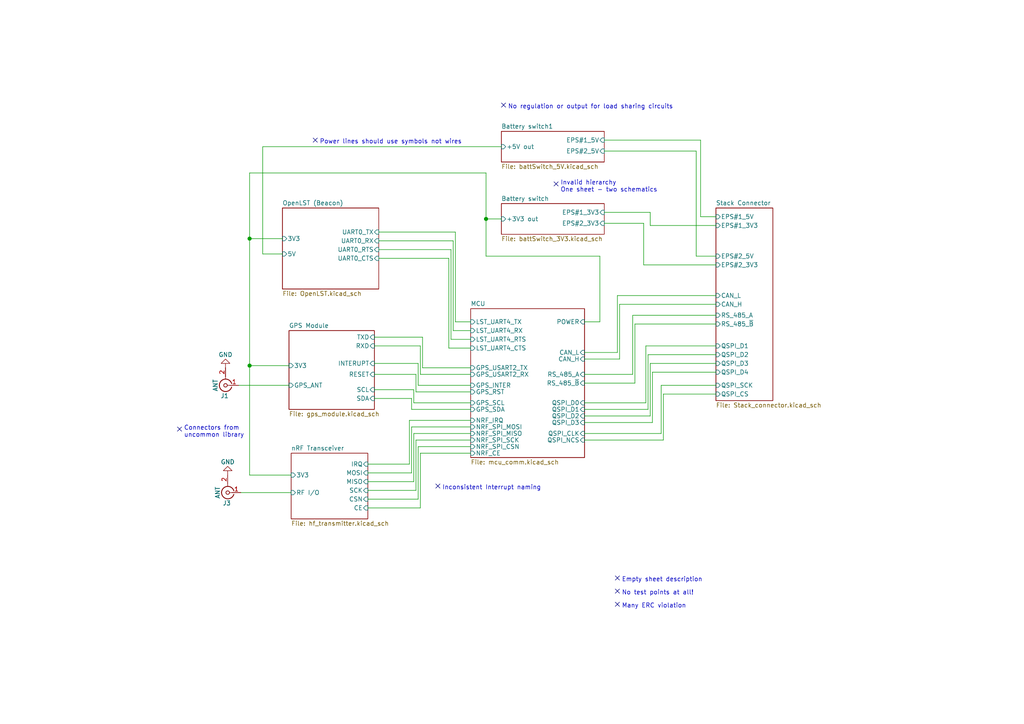
<source format=kicad_sch>
(kicad_sch (version 20210621) (generator eeschema)
  (paper "A4")
  (lib_symbols
    (symbol "openlst-hw:Conn_Coaxial" (pin_names (offset 1.016) hide)
      (property "Reference" "J" (at 0.254 3.048 0))
      (property "Value" "Conn_Coaxial" (at 2.921 0 90))
      (symbol "Conn_Coaxial_0_1"
        (arc (start -1.778 0.508) (end 1.778 0) (radius (at -0.0508 0) (length 1.8034) (angles 163.6 0)) (stroke (width 0.254)))
        (arc (start 1.778 0) (end -1.778 -0.508) (radius (at -0.0254 0) (length 1.8034) (angles 0 -163.8)) (stroke (width 0.254)))
        (circle (center 0 0) (radius 0.508) (stroke (width 0.2032)))
        (polyline (pts (xy -1.27 0) (xy -0.508 0)))
        (polyline (pts (xy 0 -2.54) (xy 0 -1.778)))
      )
      (symbol "Conn_Coaxial_1_1"
        (pin passive line (at -3.81 0 0) (length 2.54) (name "In") (number "1"))
        (pin passive line (at 0 -5.08 90) (length 2.54) (name "Ext") (number "2"))
      )
    )
    (symbol "power:GND" (power) (pin_names (offset 0))
      (property "Value" "GND" (at 0 -3.81 0))
      (symbol "GND_0_1"
        (polyline (pts (xy 0 0) (xy 0 -1.27) (xy 1.27 -1.27) (xy 0 -2.54) (xy -1.27 -1.27) (xy 0 -1.27)))
      )
      (symbol "GND_1_1"
        (pin power_in line (at 0 0 270) (length 0) hide (name "GND") (number "1"))
      )
    )
  )
  (junction (at 72.39 69.215) (diameter 1.016))
  (junction (at 72.39 106.045) (diameter 1.016))
  (junction (at 140.97 63.5) (diameter 1.016))
  (no_connect (at 52.07 124.46))
  (no_connect (at 91.44 40.64))
  (no_connect (at 127 140.97))
  (no_connect (at 146.05 30.48))
  (no_connect (at 161.29 53.34))
  (no_connect (at 179.07 167.64))
  (no_connect (at 179.07 171.45))
  (no_connect (at 179.07 175.26))
  (wire (pts (xy 69.215 111.76) (xy 83.82 111.76)))
  (wire (pts (xy 69.85 142.875) (xy 84.455 142.875)))
  (wire (pts (xy 72.39 50.165) (xy 72.39 69.215)))
  (wire (pts (xy 72.39 50.165) (xy 140.97 50.165)))
  (wire (pts (xy 72.39 69.215) (xy 72.39 106.045)))
  (wire (pts (xy 72.39 69.215) (xy 81.915 69.215)))
  (wire (pts (xy 72.39 106.045) (xy 72.39 137.795)))
  (wire (pts (xy 72.39 106.045) (xy 83.82 106.045)))
  (wire (pts (xy 76.2 42.545) (xy 145.415 42.545)))
  (wire (pts (xy 76.2 73.66) (xy 76.2 42.545)))
  (wire (pts (xy 81.915 73.66) (xy 76.2 73.66)))
  (wire (pts (xy 84.455 137.795) (xy 72.39 137.795)))
  (wire (pts (xy 108.585 100.33) (xy 121.92 100.33)))
  (wire (pts (xy 108.585 108.585) (xy 120.65 108.585)))
  (wire (pts (xy 108.585 115.57) (xy 119.38 115.57)))
  (wire (pts (xy 109.855 69.85) (xy 131.445 69.85)))
  (wire (pts (xy 109.855 74.93) (xy 130.175 74.93)))
  (wire (pts (xy 118.745 121.92) (xy 118.745 134.62)))
  (wire (pts (xy 118.745 134.62) (xy 106.68 134.62)))
  (wire (pts (xy 119.38 115.57) (xy 119.38 118.745)))
  (wire (pts (xy 119.38 118.745) (xy 136.525 118.745)))
  (wire (pts (xy 119.38 123.825) (xy 119.38 137.16)))
  (wire (pts (xy 119.38 137.16) (xy 106.68 137.16)))
  (wire (pts (xy 120.015 113.03) (xy 108.585 113.03)))
  (wire (pts (xy 120.015 116.84) (xy 120.015 113.03)))
  (wire (pts (xy 120.015 125.73) (xy 120.015 139.7)))
  (wire (pts (xy 120.015 139.7) (xy 106.68 139.7)))
  (wire (pts (xy 120.65 108.585) (xy 120.65 113.665)))
  (wire (pts (xy 120.65 113.665) (xy 136.525 113.665)))
  (wire (pts (xy 120.65 127.635) (xy 120.65 142.24)))
  (wire (pts (xy 120.65 142.24) (xy 106.68 142.24)))
  (wire (pts (xy 121.285 105.41) (xy 108.585 105.41)))
  (wire (pts (xy 121.285 111.76) (xy 121.285 105.41)))
  (wire (pts (xy 121.285 129.54) (xy 121.285 144.78)))
  (wire (pts (xy 121.285 144.78) (xy 106.68 144.78)))
  (wire (pts (xy 121.92 100.33) (xy 121.92 108.585)))
  (wire (pts (xy 121.92 108.585) (xy 136.525 108.585)))
  (wire (pts (xy 121.92 131.445) (xy 121.92 147.32)))
  (wire (pts (xy 121.92 147.32) (xy 106.68 147.32)))
  (wire (pts (xy 122.555 97.79) (xy 108.585 97.79)))
  (wire (pts (xy 122.555 106.68) (xy 122.555 97.79)))
  (wire (pts (xy 130.175 74.93) (xy 130.175 100.965)))
  (wire (pts (xy 130.175 100.965) (xy 136.525 100.965)))
  (wire (pts (xy 130.81 72.39) (xy 109.855 72.39)))
  (wire (pts (xy 130.81 98.425) (xy 130.81 72.39)))
  (wire (pts (xy 131.445 69.85) (xy 131.445 95.885)))
  (wire (pts (xy 131.445 95.885) (xy 136.525 95.885)))
  (wire (pts (xy 132.08 67.31) (xy 109.855 67.31)))
  (wire (pts (xy 132.08 93.345) (xy 132.08 67.31)))
  (wire (pts (xy 136.525 93.345) (xy 132.08 93.345)))
  (wire (pts (xy 136.525 98.425) (xy 130.81 98.425)))
  (wire (pts (xy 136.525 106.68) (xy 122.555 106.68)))
  (wire (pts (xy 136.525 111.76) (xy 121.285 111.76)))
  (wire (pts (xy 136.525 116.84) (xy 120.015 116.84)))
  (wire (pts (xy 136.525 121.92) (xy 118.745 121.92)))
  (wire (pts (xy 136.525 123.825) (xy 119.38 123.825)))
  (wire (pts (xy 136.525 125.73) (xy 120.015 125.73)))
  (wire (pts (xy 136.525 127.635) (xy 120.65 127.635)))
  (wire (pts (xy 136.525 129.54) (xy 121.285 129.54)))
  (wire (pts (xy 136.525 131.445) (xy 121.92 131.445)))
  (wire (pts (xy 140.97 63.5) (xy 140.97 50.165)))
  (wire (pts (xy 140.97 63.5) (xy 140.97 74.295)))
  (wire (pts (xy 145.415 63.5) (xy 140.97 63.5)))
  (wire (pts (xy 169.545 93.345) (xy 173.99 93.345)))
  (wire (pts (xy 169.545 102.235) (xy 179.07 102.235)))
  (wire (pts (xy 169.545 104.14) (xy 179.705 104.14)))
  (wire (pts (xy 169.545 108.585) (xy 183.515 108.585)))
  (wire (pts (xy 169.545 111.125) (xy 184.15 111.125)))
  (wire (pts (xy 169.545 116.84) (xy 187.325 116.84)))
  (wire (pts (xy 169.545 120.65) (xy 188.595 120.65)))
  (wire (pts (xy 169.545 125.73) (xy 191.77 125.73)))
  (wire (pts (xy 173.99 74.295) (xy 140.97 74.295)))
  (wire (pts (xy 173.99 93.345) (xy 173.99 74.295)))
  (wire (pts (xy 175.26 40.64) (xy 203.2 40.64)))
  (wire (pts (xy 175.26 43.815) (xy 201.93 43.815)))
  (wire (pts (xy 175.26 61.595) (xy 188.595 61.595)))
  (wire (pts (xy 175.26 64.77) (xy 186.69 64.77)))
  (wire (pts (xy 179.07 85.725) (xy 207.645 85.725)))
  (wire (pts (xy 179.07 102.235) (xy 179.07 85.725)))
  (wire (pts (xy 179.705 88.265) (xy 207.645 88.265)))
  (wire (pts (xy 179.705 104.14) (xy 179.705 88.265)))
  (wire (pts (xy 183.515 91.44) (xy 207.645 91.44)))
  (wire (pts (xy 183.515 108.585) (xy 183.515 91.44)))
  (wire (pts (xy 184.15 93.98) (xy 207.645 93.98)))
  (wire (pts (xy 184.15 111.125) (xy 184.15 93.98)))
  (wire (pts (xy 186.69 64.77) (xy 186.69 76.835)))
  (wire (pts (xy 186.69 76.835) (xy 207.645 76.835)))
  (wire (pts (xy 187.325 100.33) (xy 207.645 100.33)))
  (wire (pts (xy 187.325 116.84) (xy 187.325 100.33)))
  (wire (pts (xy 187.96 102.87) (xy 187.96 118.745)))
  (wire (pts (xy 187.96 118.745) (xy 169.545 118.745)))
  (wire (pts (xy 188.595 65.405) (xy 188.595 61.595)))
  (wire (pts (xy 188.595 105.41) (xy 207.645 105.41)))
  (wire (pts (xy 188.595 120.65) (xy 188.595 105.41)))
  (wire (pts (xy 189.23 107.95) (xy 189.23 122.555)))
  (wire (pts (xy 189.23 122.555) (xy 169.545 122.555)))
  (wire (pts (xy 191.77 111.76) (xy 207.645 111.76)))
  (wire (pts (xy 191.77 125.73) (xy 191.77 111.76)))
  (wire (pts (xy 192.405 114.3) (xy 192.405 127.635)))
  (wire (pts (xy 192.405 127.635) (xy 169.545 127.635)))
  (wire (pts (xy 201.93 74.295) (xy 201.93 43.815)))
  (wire (pts (xy 203.2 62.865) (xy 203.2 40.64)))
  (wire (pts (xy 207.645 62.865) (xy 203.2 62.865)))
  (wire (pts (xy 207.645 65.405) (xy 188.595 65.405)))
  (wire (pts (xy 207.645 74.295) (xy 201.93 74.295)))
  (wire (pts (xy 207.645 102.87) (xy 187.96 102.87)))
  (wire (pts (xy 207.645 107.95) (xy 189.23 107.95)))
  (wire (pts (xy 207.645 114.3) (xy 192.405 114.3)))
  (text "Connectors from\nuncommon library" (at 53.34 127 0) (effects (font (size 1.27 1.27)) (justify left bottom)))
  (text "Power lines should use symbols not wires" (at 92.71 41.91 0) (effects (font (size 1.27 1.27)) (justify left bottom)))
  (text "Inconsistent Interrupt naming" (at 128.27 142.24 0) (effects (font (size 1.27 1.27)) (justify left bottom)))
  (text "No regulation or output for load sharing circuits" (at 147.32 31.75 0) (effects (font (size 1.27 1.27)) (justify left bottom)))
  (text "Invalid hierarchy\nOne sheet - two schematics" (at 162.56 55.88 0) (effects (font (size 1.27 1.27)) (justify left bottom)))
  (text "Empty sheet description" (at 180.34 168.91 0) (effects (font (size 1.27 1.27)) (justify left bottom)))
  (text "No test points at all!" (at 180.34 172.72 0) (effects (font (size 1.27 1.27)) (justify left bottom)))
  (text "Many ERC violation" (at 180.34 176.53 0) (effects (font (size 1.27 1.27)) (justify left bottom)))
  (symbol (lib_id "power:GND") (at 65.405 106.68 180) (unit 1)
    (property "Reference" "#PWR0104" (effects hide))
    (property "Value" "GND" (at 65.405 102.87 0))
  )
  (symbol (lib_id "power:GND") (at 66.04 137.795 180) (unit 1)
    (property "Reference" "#PWR0105" (effects hide))
    (property "Value" "~" (at 66.04 133.985 0))
  )
  (symbol (lib_id "openlst-hw:Conn_Coaxial") (at 65.405 111.76 180) (unit 1)
    (property "Reference" "J1" (at 65.151 114.808 0))
    (property "Value" "ANT" (at 62.484 111.76 90))
    (property "Footprint" "archive:SMA_Molex_73251-1153_EdgeMount_Horizontal" (effects hide))
    (property "Datasheet" "https://www.molex.com/pdm_docs/sd/732511150_sd.pdf" (effects hide))
    (property "Manuf" "Molex" (effects hide))
    (property "ManufPN" "732511150" (effects hide))
    (property "Supplier" "Digikey" (effects hide))
    (property "SupplierPN" "WM5534-ND" (effects hide))
  )
  (symbol (lib_id "openlst-hw:Conn_Coaxial") (at 66.04 142.875 180) (unit 1)
    (property "Reference" "J3" (at 65.786 145.923 0))
    (property "Value" "ANT" (at 63.119 142.875 90))
    (property "Footprint" "archive:SMA_Molex_73251-1153_EdgeMount_Horizontal" (effects hide))
    (property "Datasheet" "https://www.molex.com/pdm_docs/sd/732511150_sd.pdf" (effects hide))
    (property "Manuf" "Molex" (effects hide))
    (property "ManufPN" "732511150" (effects hide))
    (property "Supplier" "Digikey" (effects hide))
    (property "SupplierPN" "WM5534-ND" (effects hide))
  )
  (sheet (at 145.415 59.055) (size 29.845 8.89) (stroke (width 0.1524))
    (property "Sheet name" "Battery switch" (at 145.415 58.3434 0) (effects (justify left bottom)))
    (property "Sheet file" "battSwitch_3V3.kicad_sch" (at 145.415 68.5296 0) (effects (justify left top)))
    (pin "+3V3 out" input (at 145.415 63.5 180))
    (pin "EPS#1_3V3" input (at 175.26 61.595 0))
    (pin "EPS#2_3V3" input (at 175.26 64.77 0))
  )
  (sheet (at 145.415 38.1) (size 29.845 8.89) (stroke (width 0.1524))
    (property "Sheet name" "Battery switch1" (at 145.415 37.3884 0) (effects (justify left bottom)))
    (property "Sheet file" "battSwitch_5V.kicad_sch" (at 145.415 47.5746 0) (effects (justify left top)))
    (pin "EPS#1_5V" input (at 175.26 40.64 0))
    (pin "+5V out" input (at 145.415 42.545 180))
    (pin "EPS#2_5V" input (at 175.26 43.815 0))
  )
  (sheet (at 83.82 95.885) (size 24.765 22.86) (stroke (width 0.1524))
    (property "Sheet name" "GPS Module" (at 83.82 95.1734 0) (effects (justify left bottom)))
    (property "Sheet file" "gps_module.kicad_sch" (at 83.82 119.3296 0) (effects (justify left top)))
    (pin "3V3" input (at 83.82 106.045 180))
    (pin "INTERUPT" input (at 108.585 105.41 0))
    (pin "RESET" input (at 108.585 108.585 0))
    (pin "GPS_ANT" input (at 83.82 111.76 180))
    (pin "SCL" input (at 108.585 113.03 0))
    (pin "SDA" input (at 108.585 115.57 0))
    (pin "RXD" input (at 108.585 100.33 0))
    (pin "TXD" input (at 108.585 97.79 0))
  )
  (sheet (at 136.525 89.535) (size 33.02 43.18) (stroke (width 0.1524))
    (property "Sheet name" "MCU" (at 136.525 88.8234 0) (effects (justify left bottom)))
    (property "Sheet file" "mcu_comm.kicad_sch" (at 136.525 133.2996 0) (effects (justify left top)))
    (pin "RS_485_A" input (at 169.545 108.585 0))
    (pin "RS_485_~{B}" input (at 169.545 111.125 0))
    (pin "CAN_L" input (at 169.545 102.235 0))
    (pin "CAN_H" input (at 169.545 104.14 0))
    (pin "QSPI_CLK" input (at 169.545 125.73 0))
    (pin "QSPI_NCS" input (at 169.545 127.635 0))
    (pin "QSPI_D1" input (at 169.545 118.745 0))
    (pin "QSPI_D0" input (at 169.545 116.84 0))
    (pin "QSPI_D3" input (at 169.545 122.555 0))
    (pin "QSPI_D2" input (at 169.545 120.65 0))
    (pin "NRF_SPI_SCK" input (at 136.525 127.635 180))
    (pin "GPS_RST" input (at 136.525 113.665 180))
    (pin "GPS_INTER" input (at 136.525 111.76 180))
    (pin "NRF_SPI_CSN" input (at 136.525 129.54 180))
    (pin "NRF_SPI_MISO" input (at 136.525 125.73 180))
    (pin "NRF_SPI_MOSI" input (at 136.525 123.825 180))
    (pin "GPS_SCL" input (at 136.525 116.84 180))
    (pin "GPS_SDA" input (at 136.525 118.745 180))
    (pin "LST_UART4_RTS" input (at 136.525 98.425 180))
    (pin "LST_UART4_RX" input (at 136.525 95.885 180))
    (pin "GPS_USART2_TX" input (at 136.525 106.68 180))
    (pin "GPS_USART2_RX" input (at 136.525 108.585 180))
    (pin "LST_UART4_TX" input (at 136.525 93.345 180))
    (pin "LST_UART4_CTS" input (at 136.525 100.965 180))
    (pin "POWER" input (at 169.545 93.345 0))
    (pin "NRF_CE" input (at 136.525 131.445 180))
    (pin "NRF_IRQ" input (at 136.525 121.92 180))
  )
  (sheet (at 81.915 60.325) (size 27.94 23.495) (stroke (width 0.1524))
    (property "Sheet name" "OpenLST (Beacon)" (at 81.915 59.6134 0) (effects (justify left bottom)))
    (property "Sheet file" "OpenLST.kicad_sch" (at 81.915 84.4046 0) (effects (justify left top)))
    (pin "5V" input (at 81.915 73.66 180))
    (pin "3V3" input (at 81.915 69.215 180))
    (pin "UART0_CTS" input (at 109.855 74.93 0))
    (pin "UART0_RTS" input (at 109.855 72.39 0))
    (pin "UART0_RX" input (at 109.855 69.85 0))
    (pin "UART0_TX" input (at 109.855 67.31 0))
  )
  (sheet (at 207.645 60.325) (size 16.51 55.88) (stroke (width 0.1524))
    (property "Sheet name" "Stack Connector" (at 207.645 59.6134 0) (effects (justify left bottom)))
    (property "Sheet file" "Stack_connector.kicad_sch" (at 207.645 116.7896 0) (effects (justify left top)))
    (pin "CAN_H" input (at 207.645 88.265 180))
    (pin "RS_485_A" input (at 207.645 91.44 180))
    (pin "EPS#1_5V" input (at 207.645 62.865 180))
    (pin "EPS#1_3V3" input (at 207.645 65.405 180))
    (pin "CAN_L" input (at 207.645 85.725 180))
    (pin "RS_485_~{B}" input (at 207.645 93.98 180))
    (pin "QSPI_D1" input (at 207.645 100.33 180))
    (pin "QSPI_SCK" input (at 207.645 111.76 180))
    (pin "EPS#2_3V3" input (at 207.645 76.835 180))
    (pin "EPS#2_5V" input (at 207.645 74.295 180))
    (pin "QSPI_CS" input (at 207.645 114.3 180))
    (pin "QSPI_D2" input (at 207.645 102.87 180))
    (pin "QSPI_D3" input (at 207.645 105.41 180))
    (pin "QSPI_D4" input (at 207.645 107.95 180))
  )
  (sheet (at 84.455 131.445) (size 22.225 19.05) (stroke (width 0.1524))
    (property "Sheet name" "nRF Transceiver" (at 84.455 130.7334 0) (effects (justify left bottom)))
    (property "Sheet file" "hf_transmitter.kicad_sch" (at 84.455 151.0796 0) (effects (justify left top)))
    (pin "RF I{slash}O" input (at 84.455 142.875 180))
    (pin "3V3" input (at 84.455 137.795 180))
    (pin "MOSI" input (at 106.68 137.16 0))
    (pin "MISO" input (at 106.68 139.7 0))
    (pin "SCK" input (at 106.68 142.24 0))
    (pin "CE" input (at 106.68 147.32 0))
    (pin "IRQ" input (at 106.68 134.62 0))
    (pin "CSN" input (at 106.68 144.78 0))
  )
)
</source>
